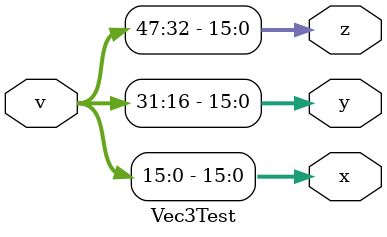
<source format=sv>

module Vec3Test (
    input [47:0] v,
    output [15:0] x,
    output [15:0] y,
    output [15:0] z
);

    assign x = v[15:0];
    assign y = v[31:16];
    assign z = v[47:32];

endmodule

</source>
